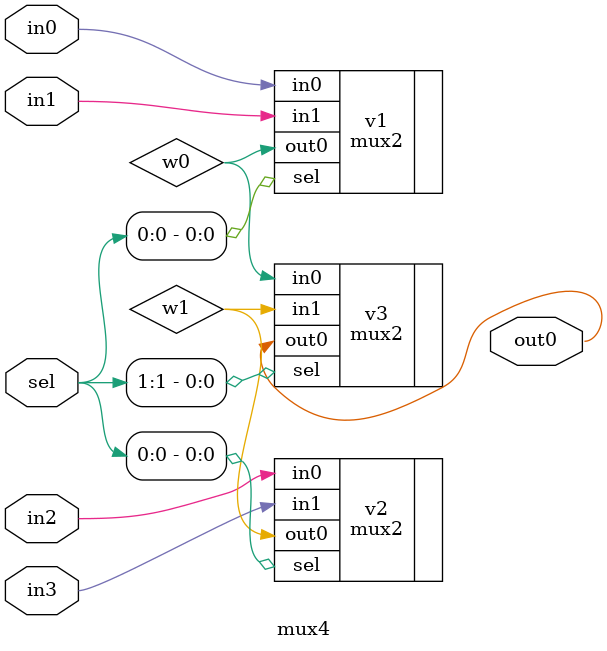
<source format=v>
module mux4
(
    input wire in0,
    input wire in1,
    input wire in2,
    input wire in3,
    output wire out0,
    input wire [1:0]sel
);

wire w0,w1;

mux2 v1
(
   .in0(in0),
   .in1(in1), 
   .sel(sel[0]),
   .out0(w0)
);

mux2 v2
(
   .in0(in2),
   .in1(in3), 
   .sel(sel[0]),
   .out0(w1)
);

mux2 v3
(
   .in0(w0),
   .in1(w1), 
   .sel(sel[1]),
   .out0(out0)
);
endmodule

</source>
